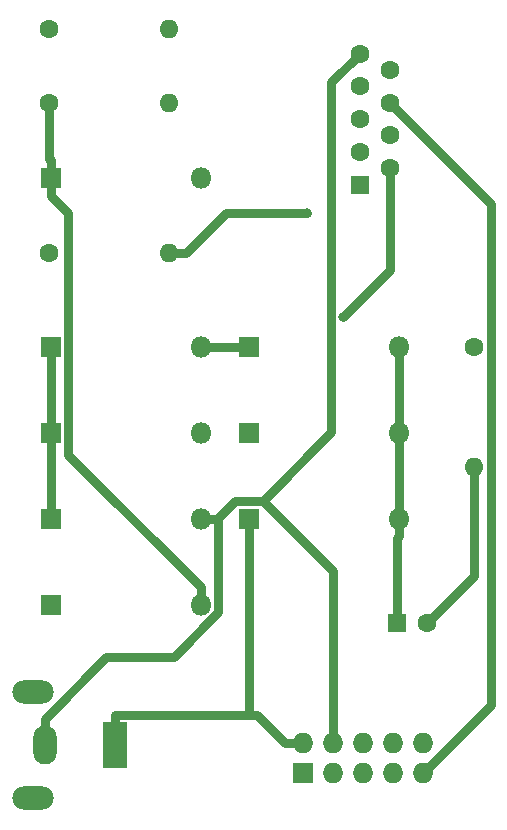
<source format=gbr>
G04 #@! TF.GenerationSoftware,KiCad,Pcbnew,5.1.4-3.fc30*
G04 #@! TF.CreationDate,2019-09-19T16:23:22+02:00*
G04 #@! TF.ProjectId,dasa,64617361-2e6b-4696-9361-645f70636258,rev?*
G04 #@! TF.SameCoordinates,Original*
G04 #@! TF.FileFunction,Copper,L1,Top*
G04 #@! TF.FilePolarity,Positive*
%FSLAX46Y46*%
G04 Gerber Fmt 4.6, Leading zero omitted, Abs format (unit mm)*
G04 Created by KiCad (PCBNEW 5.1.4-3.fc30) date 2019-09-19 16:23:22*
%MOMM*%
%LPD*%
G04 APERTURE LIST*
%ADD10O,3.500000X2.000000*%
%ADD11O,2.000000X3.300000*%
%ADD12R,2.000000X4.000000*%
%ADD13O,1.600000X1.600000*%
%ADD14C,1.600000*%
%ADD15O,1.727200X1.727200*%
%ADD16R,1.727200X1.727200*%
%ADD17R,1.600000X1.600000*%
%ADD18O,1.800000X1.800000*%
%ADD19R,1.800000X1.800000*%
%ADD20C,0.800000*%
%ADD21C,0.800000*%
G04 APERTURE END LIST*
D10*
X114310000Y-112680000D03*
X114310000Y-103680000D03*
D11*
X115310000Y-108180000D03*
D12*
X121310000Y-108180000D03*
D13*
X151638000Y-84630000D03*
D14*
X151638000Y-74470000D03*
D13*
X125884000Y-47498000D03*
D14*
X115724000Y-47498000D03*
D13*
X125884000Y-53770700D03*
D14*
X115724000Y-53770700D03*
D13*
X125884000Y-66516000D03*
D14*
X115724000Y-66516000D03*
D15*
X147320000Y-107950000D03*
X147320000Y-110490000D03*
X144780000Y-107950000D03*
X144780000Y-110490000D03*
X142240000Y-107950000D03*
X142240000Y-110490000D03*
X139700000Y-107950000D03*
X139700000Y-110490000D03*
X137160000Y-107950000D03*
D16*
X137160000Y-110490000D03*
D14*
X144526000Y-51011000D03*
X144526000Y-53781000D03*
X144526000Y-56551000D03*
X144526000Y-59321000D03*
X141986000Y-49626000D03*
X141986000Y-52396000D03*
X141986000Y-55166000D03*
X141986000Y-57936000D03*
D17*
X141986000Y-60706000D03*
D18*
X128524000Y-89000700D03*
D19*
X115824000Y-89000700D03*
D18*
X145288000Y-89000700D03*
D19*
X132588000Y-89000700D03*
D18*
X128524000Y-74470000D03*
D19*
X115824000Y-74470000D03*
D18*
X145288000Y-74470000D03*
D19*
X132588000Y-74470000D03*
D18*
X128524000Y-81735300D03*
D19*
X115824000Y-81735300D03*
D18*
X145288000Y-81735300D03*
D19*
X132588000Y-81735300D03*
D18*
X128524000Y-96266000D03*
D19*
X115824000Y-96266000D03*
D18*
X128524000Y-60143300D03*
D19*
X115824000Y-60143300D03*
D14*
X147688000Y-97790000D03*
D17*
X145188000Y-97790000D03*
D20*
X140577700Y-71881500D03*
X137489300Y-63140000D03*
D21*
X147688000Y-97790000D02*
X151638000Y-93840000D01*
X151638000Y-93840000D02*
X151638000Y-84630000D01*
X115824000Y-81735300D02*
X115824000Y-89000700D01*
X115824000Y-74470000D02*
X115824000Y-81735300D01*
X145288000Y-81735300D02*
X145288000Y-89000700D01*
X145288000Y-74470000D02*
X145288000Y-81735300D01*
X145288000Y-89000700D02*
X145288000Y-90501000D01*
X145188000Y-97790000D02*
X145188000Y-90601000D01*
X145188000Y-90601000D02*
X145288000Y-90501000D01*
X115824000Y-60143300D02*
X115824000Y-61643600D01*
X128524000Y-96266000D02*
X128524000Y-94765700D01*
X128524000Y-94765700D02*
X117324300Y-83566000D01*
X117324300Y-83566000D02*
X117324300Y-63143900D01*
X117324300Y-63143900D02*
X115824000Y-61643600D01*
X115824000Y-60143300D02*
X115824000Y-58643000D01*
X115824000Y-58643000D02*
X115724000Y-58543000D01*
X115724000Y-58543000D02*
X115724000Y-53770700D01*
X144526000Y-59321000D02*
X144526000Y-67933200D01*
X144526000Y-67933200D02*
X140577700Y-71881500D01*
X132588000Y-74470000D02*
X128524000Y-74470000D01*
X137160000Y-107950000D02*
X135696100Y-107950000D01*
X132588000Y-105579700D02*
X121310000Y-105579700D01*
X135696100Y-107950000D02*
X133325800Y-105579700D01*
X133325800Y-105579700D02*
X132588000Y-105579700D01*
X132588000Y-90501000D02*
X132588000Y-105579700D01*
X121310000Y-108180000D02*
X121310000Y-105579700D01*
X132588000Y-89000700D02*
X132588000Y-90501000D01*
X115310000Y-108180000D02*
X115310000Y-105929700D01*
X130024300Y-89000700D02*
X130024300Y-96916900D01*
X130024300Y-96916900D02*
X126247500Y-100693700D01*
X126247500Y-100693700D02*
X120546000Y-100693700D01*
X120546000Y-100693700D02*
X115310000Y-105929700D01*
X133763000Y-87500300D02*
X131430900Y-87500300D01*
X131430900Y-87500300D02*
X130024300Y-88906900D01*
X130024300Y-88906900D02*
X130024300Y-89000700D01*
X133763000Y-87500300D02*
X139700000Y-93437300D01*
X139700000Y-93437300D02*
X139700000Y-107950000D01*
X141986000Y-49626000D02*
X139577300Y-52034700D01*
X139577300Y-52034700D02*
X139577300Y-81686000D01*
X139577300Y-81686000D02*
X133763000Y-87500300D01*
X128524000Y-89000700D02*
X130024300Y-89000700D01*
X144526000Y-53781000D02*
X153079100Y-62334100D01*
X153079100Y-62334100D02*
X153079100Y-104730900D01*
X153079100Y-104730900D02*
X147320000Y-110490000D01*
X125884000Y-66516000D02*
X127284300Y-66516000D01*
X137489300Y-63140000D02*
X130660300Y-63140000D01*
X130660300Y-63140000D02*
X127284300Y-66516000D01*
M02*

</source>
